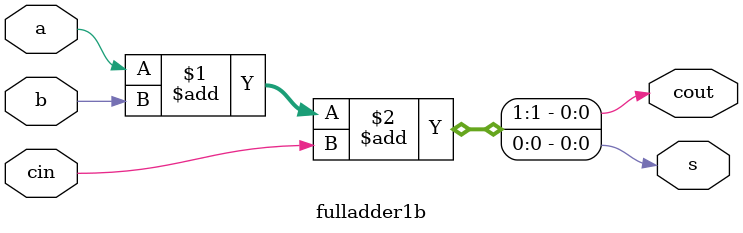
<source format=v>
module fulladder1b(
    input wire a,
    input wire b,
    input wire cin,
    output wire s,
    output wire cout
);

assign {cout,s}=a+b+cin;

endmodule






</source>
